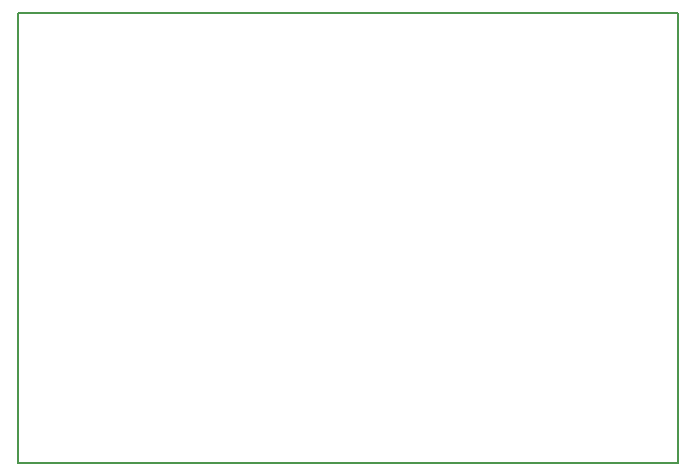
<source format=gbr>
%FSLAX46Y46*%
G04 Gerber Fmt 4.6, Leading zero omitted, Abs format (unit mm)*
G04 Created by KiCad (PCBNEW (2014-10-30 BZR 5240)-product) date jeu. 06 nov. 2014 00:10:11 CET*
%MOMM*%
G01*
G04 APERTURE LIST*
%ADD10C,0.100000*%
%ADD11C,0.200000*%
G04 APERTURE END LIST*
D10*
D11*
X175260000Y-68580000D02*
X119380000Y-68580000D01*
X175260000Y-106680000D02*
X175260000Y-68580000D01*
X119380000Y-106680000D02*
X175260000Y-106680000D01*
X119380000Y-68580000D02*
X119380000Y-106680000D01*
M02*

</source>
